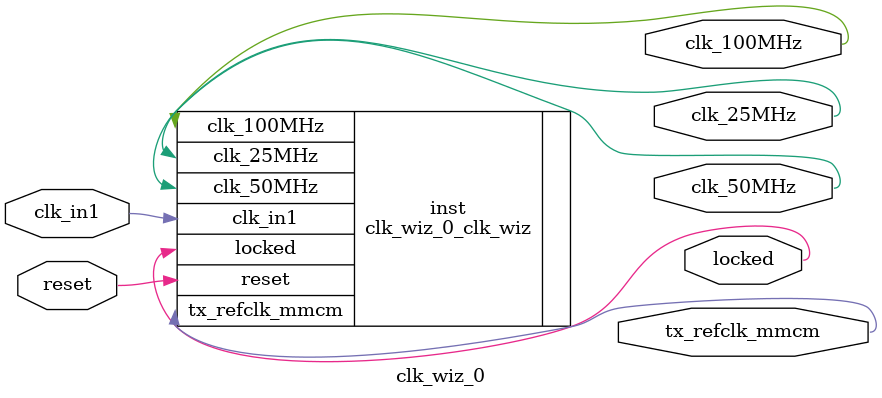
<source format=v>


`timescale 1ps/1ps

(* CORE_GENERATION_INFO = "clk_wiz_0,clk_wiz_v6_0_2_0_0,{component_name=clk_wiz_0,use_phase_alignment=true,use_min_o_jitter=false,use_max_i_jitter=false,use_dyn_phase_shift=false,use_inclk_switchover=false,use_dyn_reconfig=false,enable_axi=0,feedback_source=FDBK_AUTO,PRIMITIVE=MMCM,num_out_clk=4,clkin1_period=5.000,clkin2_period=10.0,use_power_down=false,use_reset=true,use_locked=true,use_inclk_stopped=false,feedback_type=SINGLE,CLOCK_MGR_TYPE=NA,manual_override=false}" *)

module clk_wiz_0 
 (
  // Clock out ports
  output        clk_50MHz,
  output        tx_refclk_mmcm,
  output        clk_100MHz,
  output        clk_25MHz,
  // Status and control signals
  input         reset,
  output        locked,
 // Clock in ports
  input         clk_in1
 );

  clk_wiz_0_clk_wiz inst
  (
  // Clock out ports  
  .clk_50MHz(clk_50MHz),
  .tx_refclk_mmcm(tx_refclk_mmcm),
  .clk_100MHz(clk_100MHz),
  .clk_25MHz(clk_25MHz),
  // Status and control signals               
  .reset(reset), 
  .locked(locked),
 // Clock in ports
  .clk_in1(clk_in1)
  );

endmodule

</source>
